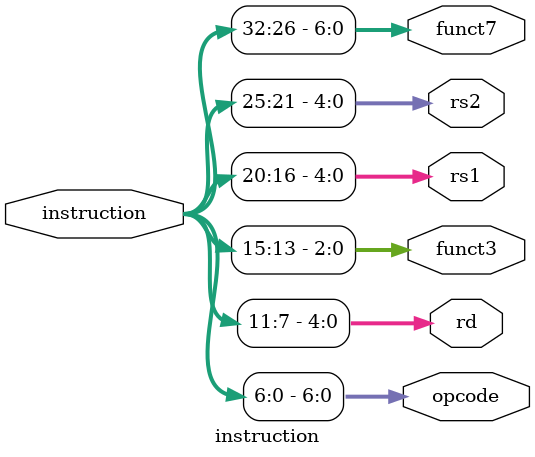
<source format=v>
module instruction (


    input wire[63:0] instruction,
    output reg[6:0] opcode,
    output reg[4:0] rd,
    output reg[2:0] funct3,
    output reg[4:0] rs1,
    output reg[4:0] rs2,
    output reg[6:0] funct7
);
    
    
    always @(instruction)
    begin
        opcode =  instruction[6:0];
        rd = instruction[12:7];
        funct3 =  instruction[15:13];
        rs1 =  instruction[20:16];
        rs2 =  instruction[25:21];
        funct7 =  instruction[32:26];
    end
    
endmodule
</source>
